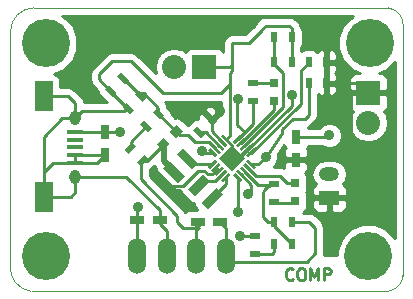
<source format=gbr>
G04 #@! TF.FileFunction,Copper,L1,Top,Signal*
%FSLAX46Y46*%
G04 Gerber Fmt 4.6, Leading zero omitted, Abs format (unit mm)*
G04 Created by KiCad (PCBNEW 4.0.1-stable) date 12/17/2015 10:37:29 AM*
%MOMM*%
G01*
G04 APERTURE LIST*
%ADD10C,0.100000*%
%ADD11C,0.250000*%
%ADD12O,1.506220X3.014980*%
%ADD13R,0.750000X1.200000*%
%ADD14R,0.750000X0.800000*%
%ADD15R,1.200000X0.750000*%
%ADD16R,1.350000X0.400000*%
%ADD17O,0.950000X1.250000*%
%ADD18R,1.550000X2.500000*%
%ADD19R,0.797560X0.797560*%
%ADD20R,1.700000X1.200000*%
%ADD21O,1.700000X1.200000*%
%ADD22R,0.500000X0.900000*%
%ADD23R,0.900000X0.500000*%
%ADD24C,4.064000*%
%ADD25R,2.032000X2.032000*%
%ADD26O,2.032000X2.032000*%
%ADD27C,0.889000*%
%ADD28C,0.254000*%
%ADD29C,0.508000*%
G04 APERTURE END LIST*
D10*
X152750000Y-119650000D02*
X152750000Y-120200000D01*
X152750000Y-98950000D02*
X152700000Y-98950000D01*
X152750000Y-119800000D02*
X152750000Y-98950000D01*
X121300000Y-121500000D02*
X151500000Y-121500000D01*
X119500000Y-119300000D02*
X119500000Y-99500000D01*
X121500000Y-97500000D02*
X151500000Y-97500000D01*
X152750000Y-99250000D02*
G75*
G03X151500000Y-97500000I-1500000J250000D01*
G01*
X151500000Y-121500000D02*
G75*
G03X152750000Y-119750000I-250000J1500000D01*
G01*
X119500000Y-119250000D02*
G75*
G03X121250000Y-121500000I2000000J-250000D01*
G01*
X121500000Y-97500000D02*
G75*
G03X119500000Y-99500000I0J-2000000D01*
G01*
D11*
X143414286Y-120457143D02*
X143366667Y-120504762D01*
X143223810Y-120552381D01*
X143128572Y-120552381D01*
X142985714Y-120504762D01*
X142890476Y-120409524D01*
X142842857Y-120314286D01*
X142795238Y-120123810D01*
X142795238Y-119980952D01*
X142842857Y-119790476D01*
X142890476Y-119695238D01*
X142985714Y-119600000D01*
X143128572Y-119552381D01*
X143223810Y-119552381D01*
X143366667Y-119600000D01*
X143414286Y-119647619D01*
X144033333Y-119552381D02*
X144223810Y-119552381D01*
X144319048Y-119600000D01*
X144414286Y-119695238D01*
X144461905Y-119885714D01*
X144461905Y-120219048D01*
X144414286Y-120409524D01*
X144319048Y-120504762D01*
X144223810Y-120552381D01*
X144033333Y-120552381D01*
X143938095Y-120504762D01*
X143842857Y-120409524D01*
X143795238Y-120219048D01*
X143795238Y-119885714D01*
X143842857Y-119695238D01*
X143938095Y-119600000D01*
X144033333Y-119552381D01*
X144890476Y-120552381D02*
X144890476Y-119552381D01*
X145223810Y-120266667D01*
X145557143Y-119552381D01*
X145557143Y-120552381D01*
X146033333Y-120552381D02*
X146033333Y-119552381D01*
X146414286Y-119552381D01*
X146509524Y-119600000D01*
X146557143Y-119647619D01*
X146604762Y-119742857D01*
X146604762Y-119885714D01*
X146557143Y-119980952D01*
X146509524Y-120028571D01*
X146414286Y-120076190D01*
X146033333Y-120076190D01*
D12*
X135230000Y-118500000D03*
X137770000Y-118500000D03*
X130230000Y-118500000D03*
X132770000Y-118500000D03*
D13*
X127500000Y-108050000D03*
X127500000Y-109950000D03*
X143700000Y-110350000D03*
X143700000Y-108450000D03*
D14*
X143600000Y-113850000D03*
X143600000Y-112350000D03*
D10*
G36*
X132451992Y-109578338D02*
X131921662Y-109048008D01*
X132487348Y-108482322D01*
X133017678Y-109012652D01*
X132451992Y-109578338D01*
X132451992Y-109578338D01*
G37*
G36*
X133512652Y-108517678D02*
X132982322Y-107987348D01*
X133548008Y-107421662D01*
X134078338Y-107951992D01*
X133512652Y-108517678D01*
X133512652Y-108517678D01*
G37*
D15*
X135350000Y-115600000D03*
X137250000Y-115600000D03*
X130250000Y-115500000D03*
X132150000Y-115500000D03*
D16*
X125000000Y-108000000D03*
X125000000Y-108650000D03*
X125000000Y-109300000D03*
X125000000Y-109950000D03*
X125000000Y-110600000D03*
D17*
X125000000Y-106800000D03*
X125000000Y-111800000D03*
D18*
X122300000Y-105000000D03*
X122300000Y-113500000D03*
D19*
X141800000Y-103850700D03*
X141800000Y-105349300D03*
D10*
G36*
X134851471Y-111168629D02*
X133578679Y-109895837D01*
X134144365Y-109330151D01*
X135417157Y-110602943D01*
X134851471Y-111168629D01*
X134851471Y-111168629D01*
G37*
G36*
X133720101Y-112300000D02*
X132447309Y-111027208D01*
X133012995Y-110461522D01*
X134285787Y-111734314D01*
X133720101Y-112300000D01*
X133720101Y-112300000D01*
G37*
G36*
X136368629Y-112148529D02*
X135095837Y-113421321D01*
X134530151Y-112855635D01*
X135802943Y-111582843D01*
X136368629Y-112148529D01*
X136368629Y-112148529D01*
G37*
G36*
X137500000Y-113279899D02*
X136227208Y-114552691D01*
X135661522Y-113987005D01*
X136934314Y-112714213D01*
X137500000Y-113279899D01*
X137500000Y-113279899D01*
G37*
D20*
X146500000Y-113600000D03*
D21*
X146500000Y-111600000D03*
D22*
X144750000Y-103900000D03*
X146250000Y-103900000D03*
D23*
X140000000Y-105350000D03*
X140000000Y-103850000D03*
D22*
X141850000Y-102100000D03*
X143350000Y-102100000D03*
X144750000Y-102100000D03*
X146250000Y-102100000D03*
D10*
G36*
X135611091Y-108525305D02*
X134974695Y-107888909D01*
X135328249Y-107535355D01*
X135964645Y-108171751D01*
X135611091Y-108525305D01*
X135611091Y-108525305D01*
G37*
G36*
X136671751Y-107464645D02*
X136035355Y-106828249D01*
X136388909Y-106474695D01*
X137025305Y-107111091D01*
X136671751Y-107464645D01*
X136671751Y-107464645D01*
G37*
G36*
X131111091Y-108025305D02*
X130474695Y-107388909D01*
X130828249Y-107035355D01*
X131464645Y-107671751D01*
X131111091Y-108025305D01*
X131111091Y-108025305D01*
G37*
G36*
X132171751Y-106964645D02*
X131535355Y-106328249D01*
X131888909Y-105974695D01*
X132525305Y-106611091D01*
X132171751Y-106964645D01*
X132171751Y-106964645D01*
G37*
G36*
X131225305Y-110288909D02*
X130588909Y-110925305D01*
X130235355Y-110571751D01*
X130871751Y-109935355D01*
X131225305Y-110288909D01*
X131225305Y-110288909D01*
G37*
G36*
X130164645Y-109228249D02*
X129528249Y-109864645D01*
X129174695Y-109511091D01*
X129811091Y-108874695D01*
X130164645Y-109228249D01*
X130164645Y-109228249D01*
G37*
D23*
X140200000Y-116850000D03*
X140200000Y-118350000D03*
D22*
X141850000Y-115600000D03*
X143350000Y-115600000D03*
D23*
X141800000Y-112450000D03*
X141800000Y-113950000D03*
D22*
X141850000Y-100000000D03*
X143350000Y-100000000D03*
X141850000Y-117500000D03*
X143350000Y-117500000D03*
D10*
G36*
X137984185Y-109032278D02*
X137348382Y-108396475D01*
X137524395Y-108220462D01*
X138160198Y-108856265D01*
X137984185Y-109032278D01*
X137984185Y-109032278D01*
G37*
G36*
X137702205Y-109314258D02*
X137066402Y-108678455D01*
X137242415Y-108502442D01*
X137878218Y-109138245D01*
X137702205Y-109314258D01*
X137702205Y-109314258D01*
G37*
G36*
X137420225Y-109596238D02*
X136784422Y-108960435D01*
X136960435Y-108784422D01*
X137596238Y-109420225D01*
X137420225Y-109596238D01*
X137420225Y-109596238D01*
G37*
G36*
X137138245Y-109878218D02*
X136502442Y-109242415D01*
X136678455Y-109066402D01*
X137314258Y-109702205D01*
X137138245Y-109878218D01*
X137138245Y-109878218D01*
G37*
G36*
X136856265Y-110160198D02*
X136220462Y-109524395D01*
X136396475Y-109348382D01*
X137032278Y-109984185D01*
X136856265Y-110160198D01*
X136856265Y-110160198D01*
G37*
G36*
X137032278Y-110515815D02*
X136396475Y-111151618D01*
X136220462Y-110975605D01*
X136856265Y-110339802D01*
X137032278Y-110515815D01*
X137032278Y-110515815D01*
G37*
G36*
X137314258Y-110797795D02*
X136678455Y-111433598D01*
X136502442Y-111257585D01*
X137138245Y-110621782D01*
X137314258Y-110797795D01*
X137314258Y-110797795D01*
G37*
G36*
X137596238Y-111079775D02*
X136960435Y-111715578D01*
X136784422Y-111539565D01*
X137420225Y-110903762D01*
X137596238Y-111079775D01*
X137596238Y-111079775D01*
G37*
G36*
X137878218Y-111361755D02*
X137242415Y-111997558D01*
X137066402Y-111821545D01*
X137702205Y-111185742D01*
X137878218Y-111361755D01*
X137878218Y-111361755D01*
G37*
G36*
X138160198Y-111643735D02*
X137524395Y-112279538D01*
X137348382Y-112103525D01*
X137984185Y-111467722D01*
X138160198Y-111643735D01*
X138160198Y-111643735D01*
G37*
G36*
X138515815Y-111467722D02*
X139151618Y-112103525D01*
X138975605Y-112279538D01*
X138339802Y-111643735D01*
X138515815Y-111467722D01*
X138515815Y-111467722D01*
G37*
G36*
X138797795Y-111185742D02*
X139433598Y-111821545D01*
X139257585Y-111997558D01*
X138621782Y-111361755D01*
X138797795Y-111185742D01*
X138797795Y-111185742D01*
G37*
G36*
X139079775Y-110903762D02*
X139715578Y-111539565D01*
X139539565Y-111715578D01*
X138903762Y-111079775D01*
X139079775Y-110903762D01*
X139079775Y-110903762D01*
G37*
G36*
X139361755Y-110621782D02*
X139997558Y-111257585D01*
X139821545Y-111433598D01*
X139185742Y-110797795D01*
X139361755Y-110621782D01*
X139361755Y-110621782D01*
G37*
G36*
X139643735Y-110339802D02*
X140279538Y-110975605D01*
X140103525Y-111151618D01*
X139467722Y-110515815D01*
X139643735Y-110339802D01*
X139643735Y-110339802D01*
G37*
G36*
X139467722Y-109984185D02*
X140103525Y-109348382D01*
X140279538Y-109524395D01*
X139643735Y-110160198D01*
X139467722Y-109984185D01*
X139467722Y-109984185D01*
G37*
G36*
X139185742Y-109702205D02*
X139821545Y-109066402D01*
X139997558Y-109242415D01*
X139361755Y-109878218D01*
X139185742Y-109702205D01*
X139185742Y-109702205D01*
G37*
G36*
X138903762Y-109420225D02*
X139539565Y-108784422D01*
X139715578Y-108960435D01*
X139079775Y-109596238D01*
X138903762Y-109420225D01*
X138903762Y-109420225D01*
G37*
G36*
X138621782Y-109138245D02*
X139257585Y-108502442D01*
X139433598Y-108678455D01*
X138797795Y-109314258D01*
X138621782Y-109138245D01*
X138621782Y-109138245D01*
G37*
G36*
X138339802Y-108856265D02*
X138975605Y-108220462D01*
X139151618Y-108396475D01*
X138515815Y-109032278D01*
X138339802Y-108856265D01*
X138339802Y-108856265D01*
G37*
G36*
X138250000Y-109172369D02*
X139327631Y-110250000D01*
X138250000Y-111327631D01*
X137172369Y-110250000D01*
X138250000Y-109172369D01*
X138250000Y-109172369D01*
G37*
D24*
X122500000Y-100500000D03*
X149900000Y-100500000D03*
X122500000Y-118500000D03*
X149800000Y-118500000D03*
D10*
G36*
X128888909Y-102974695D02*
X129525305Y-103611091D01*
X129171751Y-103964645D01*
X128535355Y-103328249D01*
X128888909Y-102974695D01*
X128888909Y-102974695D01*
G37*
G36*
X127828249Y-104035355D02*
X128464645Y-104671751D01*
X128111091Y-105025305D01*
X127474695Y-104388909D01*
X127828249Y-104035355D01*
X127828249Y-104035355D01*
G37*
G36*
X130388909Y-104474695D02*
X131025305Y-105111091D01*
X130671751Y-105464645D01*
X130035355Y-104828249D01*
X130388909Y-104474695D01*
X130388909Y-104474695D01*
G37*
G36*
X129328249Y-105535355D02*
X129964645Y-106171751D01*
X129611091Y-106525305D01*
X128974695Y-105888909D01*
X129328249Y-105535355D01*
X129328249Y-105535355D01*
G37*
D25*
X149800000Y-104700000D03*
D26*
X149800000Y-107240000D03*
D25*
X135900000Y-102550000D03*
D26*
X133360000Y-102550000D03*
D27*
X138800000Y-105200000D03*
X128800000Y-108000000D03*
X146500000Y-108300000D03*
X143300000Y-104900000D03*
X131800000Y-111800000D03*
X142500000Y-110400000D03*
X137200000Y-106200000D03*
X130300000Y-114400000D03*
X138900000Y-116800000D03*
X138800000Y-114800000D03*
X141100000Y-110100000D03*
X135700000Y-109600000D03*
X139600000Y-113300000D03*
D28*
X128850000Y-108050000D02*
X128800000Y-108000000D01*
X127500000Y-108050000D02*
X128850000Y-108050000D01*
X138700000Y-107400000D02*
X139336040Y-108036040D01*
X138700000Y-105300000D02*
X138700000Y-107400000D01*
X138800000Y-105200000D02*
X138700000Y-105300000D01*
X127450000Y-108000000D02*
X127500000Y-108050000D01*
X126300000Y-108000000D02*
X127450000Y-108000000D01*
X125000000Y-108000000D02*
X126300000Y-108000000D01*
X139336040Y-108036040D02*
X138745710Y-108626370D01*
X140000000Y-107372080D02*
X139336040Y-108036040D01*
X140000000Y-105350000D02*
X140000000Y-107372080D01*
X140000000Y-105350000D02*
X140000000Y-105500000D01*
X135900000Y-102550000D02*
X138050000Y-102550000D01*
X138050000Y-102550000D02*
X138270000Y-102330000D01*
X143700000Y-108450000D02*
X143700000Y-107900000D01*
X125000000Y-111800000D02*
X129300000Y-111800000D01*
X132150000Y-114650000D02*
X132150000Y-115500000D01*
X129300000Y-111800000D02*
X132150000Y-114650000D01*
X122300000Y-113500000D02*
X124600000Y-113500000D01*
X125000000Y-113100000D02*
X125000000Y-111800000D01*
X124600000Y-113500000D02*
X125000000Y-113100000D01*
X137770000Y-118500000D02*
X137770000Y-116120000D01*
X137770000Y-116120000D02*
X137250000Y-115600000D01*
X125000000Y-110600000D02*
X123100000Y-110600000D01*
X122300000Y-111400000D02*
X122300000Y-113500000D01*
X123100000Y-110600000D02*
X122300000Y-111400000D01*
X138250000Y-110850000D02*
X138250000Y-110250000D01*
X138250000Y-110850000D02*
X138250000Y-110250000D01*
X138250000Y-110850000D02*
X138250000Y-110250000D01*
X138250000Y-110850000D02*
X138250000Y-110250000D01*
X137754290Y-108626370D02*
X137754290Y-108654290D01*
X137754290Y-108654290D02*
X138250000Y-109150000D01*
X138250000Y-109150000D02*
X138250000Y-110250000D01*
X139591650Y-109472310D02*
X139527690Y-109472310D01*
X139527690Y-109472310D02*
X138750000Y-110250000D01*
X138750000Y-110250000D02*
X138250000Y-110250000D01*
X132770000Y-119000000D02*
X132770000Y-116420000D01*
X132770000Y-116420000D02*
X132150000Y-115800000D01*
X125000000Y-109950000D02*
X127500000Y-109950000D01*
X126850000Y-110600000D02*
X127500000Y-109950000D01*
X125000000Y-110600000D02*
X126850000Y-110600000D01*
X127550000Y-110000000D02*
X127500000Y-109950000D01*
X129222183Y-105782843D02*
X127969670Y-104530330D01*
X129222183Y-106277817D02*
X129222183Y-105782843D01*
X125522183Y-106277817D02*
X125000000Y-106800000D01*
X129222183Y-106277817D02*
X125522183Y-106277817D01*
X122300000Y-108400000D02*
X122300000Y-113500000D01*
X123900000Y-106800000D02*
X122300000Y-108400000D01*
X125000000Y-106800000D02*
X123900000Y-106800000D01*
X125000000Y-109950000D02*
X125000000Y-110600000D01*
X138050000Y-103050000D02*
X138270000Y-102830000D01*
X138270000Y-102830000D02*
X138270000Y-102330000D01*
X138270000Y-102330000D02*
X138270000Y-100500000D01*
X138050000Y-103700000D02*
X138050000Y-103050000D01*
X143350000Y-100000000D02*
X143350000Y-102100000D01*
X138050000Y-108330660D02*
X137754290Y-108626370D01*
X138050000Y-103700000D02*
X138050000Y-108330660D01*
X138250000Y-109150000D02*
X138250000Y-110250000D01*
X137754290Y-108654290D02*
X138250000Y-109150000D01*
X138250000Y-110850000D02*
X138250000Y-110250000D01*
X138850000Y-110250000D02*
X138250000Y-110250000D01*
X139591650Y-109508350D02*
X138850000Y-110250000D01*
X139591650Y-109472310D02*
X139591650Y-109508350D01*
X146350000Y-108450000D02*
X146500000Y-108300000D01*
X143700000Y-108450000D02*
X146350000Y-108450000D01*
X137300000Y-104700000D02*
X132400000Y-104700000D01*
X132400000Y-104700000D02*
X129700000Y-102000000D01*
X129700000Y-102000000D02*
X128100000Y-102000000D01*
X128100000Y-102000000D02*
X127000000Y-103100000D01*
X127000000Y-103100000D02*
X127000000Y-103560660D01*
X127000000Y-103560660D02*
X127969670Y-104530330D01*
X138050000Y-103950000D02*
X137300000Y-104700000D01*
X138050000Y-103700000D02*
X138050000Y-103950000D01*
X139700000Y-100500000D02*
X140800000Y-99400000D01*
X140800000Y-99400000D02*
X140800000Y-99300000D01*
X140800000Y-99300000D02*
X141100000Y-99000000D01*
X141100000Y-99000000D02*
X143100000Y-99000000D01*
X143100000Y-99000000D02*
X143350000Y-99250000D01*
X143350000Y-99250000D02*
X143350000Y-100000000D01*
X138270000Y-100500000D02*
X139700000Y-100500000D01*
X143300000Y-105800000D02*
X143300000Y-104900000D01*
X139627690Y-109472310D02*
X143300000Y-105800000D01*
X139591650Y-109472310D02*
X139627690Y-109472310D01*
X144600000Y-119000000D02*
X145300000Y-118300000D01*
X145300000Y-118300000D02*
X145300000Y-116100000D01*
X145300000Y-116100000D02*
X144800000Y-115600000D01*
X144800000Y-115600000D02*
X143350000Y-115600000D01*
X137770000Y-119000000D02*
X144600000Y-119000000D01*
X125000000Y-105600000D02*
X124400000Y-105000000D01*
X124400000Y-105000000D02*
X122300000Y-105000000D01*
X125000000Y-106800000D02*
X125000000Y-105600000D01*
X136908350Y-111291650D02*
X136600000Y-111600000D01*
X132600000Y-112600000D02*
X131800000Y-111800000D01*
X134100000Y-112600000D02*
X132600000Y-112600000D01*
X135400000Y-111300000D02*
X134100000Y-112600000D01*
X135900000Y-111300000D02*
X135400000Y-111300000D01*
X136200000Y-111600000D02*
X135900000Y-111300000D01*
X136600000Y-111600000D02*
X136200000Y-111600000D01*
X136908350Y-111027690D02*
X136908350Y-111291650D01*
X146250000Y-103900000D02*
X149200000Y-103900000D01*
X149200000Y-103900000D02*
X150000000Y-104700000D01*
X143700000Y-110350000D02*
X144350000Y-110350000D01*
X145400000Y-113600000D02*
X146500000Y-113600000D01*
X144900000Y-113100000D02*
X145400000Y-113600000D01*
X144900000Y-110900000D02*
X144900000Y-113100000D01*
X144350000Y-110350000D02*
X144900000Y-110900000D01*
X146450000Y-110350000D02*
X146500000Y-110300000D01*
X147700000Y-110300000D02*
X146500000Y-110300000D01*
X148300000Y-109700000D02*
X147700000Y-110300000D01*
X136530330Y-107966370D02*
X137472310Y-108908350D01*
X136530330Y-106969670D02*
X136530330Y-107966370D01*
X146250000Y-102100000D02*
X146250000Y-103900000D01*
X147600000Y-103900000D02*
X148300000Y-104600000D01*
X148300000Y-104600000D02*
X148300000Y-109700000D01*
X146250000Y-103900000D02*
X147600000Y-103900000D01*
X143750000Y-110300000D02*
X143700000Y-110350000D01*
X146500000Y-110300000D02*
X143750000Y-110300000D01*
X136530330Y-106869670D02*
X136530330Y-106969670D01*
X142550000Y-110350000D02*
X142500000Y-110400000D01*
X143700000Y-110350000D02*
X142550000Y-110350000D01*
X137200000Y-106200000D02*
X136530330Y-106869670D01*
X136908350Y-111027690D02*
X137190330Y-111309670D01*
X136469670Y-106969670D02*
X136530330Y-106969670D01*
X143400000Y-114050000D02*
X143600000Y-113850000D01*
X141500000Y-114050000D02*
X143400000Y-114050000D01*
X142950000Y-112350000D02*
X143600000Y-112350000D01*
X142300000Y-111700000D02*
X142950000Y-112350000D01*
X140300000Y-111700000D02*
X142300000Y-111700000D01*
X139627690Y-111027690D02*
X140300000Y-111700000D01*
X139591650Y-111027690D02*
X139627690Y-111027690D01*
X135230000Y-118500000D02*
X135230000Y-115720000D01*
X135230000Y-115720000D02*
X135350000Y-115600000D01*
D29*
X132469670Y-109030330D02*
X132469670Y-110483883D01*
X132469670Y-110483883D02*
X133366548Y-111380761D01*
D28*
X135450000Y-116100000D02*
X134100000Y-116100000D01*
X130519987Y-112019987D02*
X130519987Y-110680647D01*
X133600000Y-115100000D02*
X130519987Y-112019987D01*
X133600000Y-115600000D02*
X133600000Y-115100000D01*
X134100000Y-116100000D02*
X133600000Y-115600000D01*
X130519987Y-110680647D02*
X130730330Y-110430330D01*
X135230000Y-119000000D02*
X135230000Y-116320000D01*
X135230000Y-116320000D02*
X135450000Y-116100000D01*
X135230000Y-116220000D02*
X135450000Y-116000000D01*
X132469670Y-109169670D02*
X132469670Y-109030330D01*
X131069670Y-110430330D02*
X132469670Y-109030330D01*
X130730330Y-110430330D02*
X131069670Y-110430330D01*
X132469670Y-110569670D02*
X132469670Y-109030330D01*
X133280761Y-111380761D02*
X132469670Y-110569670D01*
X133366548Y-111380761D02*
X133280761Y-111380761D01*
X132030330Y-106469670D02*
X133530330Y-107969670D01*
X132030330Y-105974696D02*
X130777817Y-104722183D01*
X132030330Y-106469670D02*
X132030330Y-105974696D01*
X130282843Y-104722183D02*
X129030330Y-103469670D01*
X130777817Y-104722183D02*
X130282843Y-104722183D01*
X133860660Y-108300000D02*
X133530330Y-107969670D01*
X134500000Y-108300000D02*
X133860660Y-108300000D01*
X135100000Y-108900000D02*
X134500000Y-108300000D01*
X136300000Y-108900000D02*
X135100000Y-108900000D01*
X136872310Y-109472310D02*
X136300000Y-108900000D01*
X136908350Y-109472310D02*
X136872310Y-109472310D01*
X130230000Y-119000000D02*
X130230000Y-115820000D01*
X130230000Y-115820000D02*
X130250000Y-115800000D01*
X138726370Y-111873630D02*
X138900000Y-112047260D01*
X138745710Y-111873630D02*
X138726370Y-111873630D01*
X130300000Y-114400000D02*
X130230000Y-114470000D01*
X130230000Y-114470000D02*
X130230000Y-119000000D01*
X138950000Y-116850000D02*
X138900000Y-116800000D01*
X140200000Y-116850000D02*
X138950000Y-116850000D01*
X138745710Y-114745710D02*
X138800000Y-114800000D01*
X138745710Y-111873630D02*
X138745710Y-114745710D01*
X140000000Y-103850000D02*
X141799300Y-103850000D01*
X141799300Y-103850000D02*
X141800000Y-103850700D01*
X141800000Y-105349300D02*
X141800000Y-106136040D01*
X141800000Y-106136040D02*
X139027690Y-108908350D01*
X136500000Y-110700000D02*
X136626370Y-110745710D01*
X134994238Y-110745710D02*
X134497918Y-110249390D01*
X136626370Y-110745710D02*
X134994238Y-110745710D01*
X137472310Y-111591650D02*
X137408350Y-111591650D01*
X135951472Y-112200000D02*
X135449390Y-112702082D01*
X136800000Y-112200000D02*
X137408350Y-111591650D01*
X135951472Y-112200000D02*
X136800000Y-112200000D01*
X136580761Y-113833452D02*
X136666548Y-113833452D01*
X137754290Y-112445710D02*
X137754290Y-111873630D01*
X136580761Y-113619239D02*
X137754290Y-112445710D01*
X136580761Y-113833452D02*
X136580761Y-113619239D01*
X139873630Y-110745710D02*
X140454290Y-110745710D01*
X140454290Y-110745710D02*
X141100000Y-110100000D01*
X141100000Y-110100000D02*
X141100000Y-110100000D01*
X135854290Y-109754290D02*
X135700000Y-109600000D01*
X136626370Y-109754290D02*
X135854290Y-109754290D01*
X142500000Y-108100000D02*
X142500000Y-107800000D01*
X142500000Y-107800000D02*
X143400000Y-106900000D01*
X143400000Y-106900000D02*
X144400000Y-106900000D01*
X144400000Y-106900000D02*
X144750000Y-106550000D01*
X144750000Y-106550000D02*
X144750000Y-103900000D01*
X141100000Y-110100000D02*
X142500000Y-108100000D01*
X141850000Y-102100000D02*
X141850000Y-100000000D01*
X142600000Y-103000000D02*
X142600000Y-105900000D01*
X142600000Y-105900000D02*
X139309670Y-109190330D01*
X141850000Y-102250000D02*
X142600000Y-103000000D01*
X141850000Y-102100000D02*
X141850000Y-102250000D01*
X144750000Y-102100000D02*
X144750000Y-102150000D01*
X144087205Y-105629356D02*
X139873630Y-109754290D01*
X144137500Y-102762500D02*
X144087205Y-105629356D01*
X144750000Y-102150000D02*
X144137500Y-102762500D01*
X136030330Y-108030330D02*
X137190330Y-109190330D01*
X135469670Y-108030330D02*
X136030330Y-108030330D01*
X129669670Y-108830330D02*
X130969670Y-107530330D01*
X129669670Y-109369670D02*
X129669670Y-108830330D01*
X141650000Y-118350000D02*
X141850000Y-118150000D01*
X141850000Y-118150000D02*
X141850000Y-117500000D01*
X140200000Y-118350000D02*
X141650000Y-118350000D01*
X141450000Y-112500000D02*
X141500000Y-112550000D01*
X140500000Y-112500000D02*
X141450000Y-112500000D01*
X139309670Y-111309670D02*
X140500000Y-112500000D01*
X141850000Y-116000000D02*
X143350000Y-117500000D01*
X141850000Y-115600000D02*
X141850000Y-116000000D01*
X141300000Y-115600000D02*
X141850000Y-115600000D01*
X140900000Y-115200000D02*
X141300000Y-115600000D01*
X140900000Y-113100000D02*
X140900000Y-115200000D01*
X141000000Y-113000000D02*
X140900000Y-113100000D01*
X141000000Y-112900000D02*
X141000000Y-113000000D01*
X141450000Y-112450000D02*
X141000000Y-112900000D01*
X141800000Y-112450000D02*
X141450000Y-112450000D01*
X139900000Y-112463960D02*
X139027690Y-111591650D01*
X139900000Y-113000000D02*
X139900000Y-112463960D01*
X139600000Y-113300000D02*
X139900000Y-113000000D01*
G36*
X148391239Y-98237709D02*
X147640345Y-98987293D01*
X147233464Y-99967173D01*
X147232538Y-101028172D01*
X147637709Y-102008761D01*
X148387293Y-102759655D01*
X149084114Y-103049000D01*
X148657691Y-103049000D01*
X148424302Y-103145673D01*
X148245673Y-103324301D01*
X148149000Y-103557690D01*
X148149000Y-104414250D01*
X148307750Y-104573000D01*
X149673000Y-104573000D01*
X149673000Y-104553000D01*
X149927000Y-104553000D01*
X149927000Y-104573000D01*
X151292250Y-104573000D01*
X151451000Y-104414250D01*
X151451000Y-103557690D01*
X151354327Y-103324301D01*
X151175698Y-103145673D01*
X150942309Y-103049000D01*
X150714872Y-103049000D01*
X151408761Y-102762291D01*
X152065000Y-102107197D01*
X152065000Y-116997795D01*
X152062291Y-116991239D01*
X151312707Y-116240345D01*
X150332827Y-115833464D01*
X149271828Y-115832538D01*
X148291239Y-116237709D01*
X147540345Y-116987293D01*
X147133464Y-117967173D01*
X147133095Y-118390000D01*
X146044098Y-118390000D01*
X146062000Y-118300000D01*
X146062000Y-116100000D01*
X146003996Y-115808395D01*
X145890686Y-115638815D01*
X145838816Y-115561185D01*
X145338815Y-115061185D01*
X145270694Y-115015668D01*
X145091605Y-114896004D01*
X144800000Y-114838000D01*
X144233879Y-114838000D01*
X144426441Y-114714090D01*
X144571431Y-114501890D01*
X144622440Y-114250000D01*
X144622440Y-113885750D01*
X145015000Y-113885750D01*
X145015000Y-114326309D01*
X145111673Y-114559698D01*
X145290301Y-114738327D01*
X145523690Y-114835000D01*
X146214250Y-114835000D01*
X146373000Y-114676250D01*
X146373000Y-113727000D01*
X146627000Y-113727000D01*
X146627000Y-114676250D01*
X146785750Y-114835000D01*
X147476310Y-114835000D01*
X147709699Y-114738327D01*
X147888327Y-114559698D01*
X147985000Y-114326309D01*
X147985000Y-113885750D01*
X147826250Y-113727000D01*
X146627000Y-113727000D01*
X146373000Y-113727000D01*
X145173750Y-113727000D01*
X145015000Y-113885750D01*
X144622440Y-113885750D01*
X144622440Y-113450000D01*
X144578162Y-113214683D01*
X144504380Y-113100022D01*
X144571431Y-113001890D01*
X144622440Y-112750000D01*
X144622440Y-111950000D01*
X144578162Y-111714683D01*
X144504366Y-111600000D01*
X144985907Y-111600000D01*
X145079916Y-112072614D01*
X145329130Y-112445590D01*
X145290301Y-112461673D01*
X145111673Y-112640302D01*
X145015000Y-112873691D01*
X145015000Y-113314250D01*
X145173750Y-113473000D01*
X146373000Y-113473000D01*
X146373000Y-113453000D01*
X146627000Y-113453000D01*
X146627000Y-113473000D01*
X147826250Y-113473000D01*
X147985000Y-113314250D01*
X147985000Y-112873691D01*
X147888327Y-112640302D01*
X147709699Y-112461673D01*
X147670870Y-112445590D01*
X147920084Y-112072614D01*
X148014093Y-111600000D01*
X147920084Y-111127386D01*
X147652370Y-110726723D01*
X147251707Y-110459009D01*
X146779093Y-110365000D01*
X146220907Y-110365000D01*
X145748293Y-110459009D01*
X145347630Y-110726723D01*
X145079916Y-111127386D01*
X144985907Y-111600000D01*
X144504366Y-111600000D01*
X144439090Y-111498559D01*
X144428110Y-111491056D01*
X144434699Y-111488327D01*
X144613327Y-111309698D01*
X144710000Y-111076309D01*
X144710000Y-110635750D01*
X144551250Y-110477000D01*
X143827000Y-110477000D01*
X143827000Y-110497000D01*
X143573000Y-110497000D01*
X143573000Y-110477000D01*
X142848750Y-110477000D01*
X142690000Y-110635750D01*
X142690000Y-111061750D01*
X142591605Y-110996004D01*
X142300000Y-110938000D01*
X141788514Y-110938000D01*
X142014622Y-110712286D01*
X142179313Y-110315668D01*
X142179687Y-109886361D01*
X142696114Y-109148608D01*
X142721838Y-109285317D01*
X142788329Y-109388646D01*
X142786673Y-109390302D01*
X142690000Y-109623691D01*
X142690000Y-110064250D01*
X142848750Y-110223000D01*
X143573000Y-110223000D01*
X143573000Y-110203000D01*
X143827000Y-110203000D01*
X143827000Y-110223000D01*
X144551250Y-110223000D01*
X144710000Y-110064250D01*
X144710000Y-109623691D01*
X144613327Y-109390302D01*
X144611957Y-109388932D01*
X144671431Y-109301890D01*
X144689634Y-109212000D01*
X145885097Y-109212000D01*
X145887714Y-109214622D01*
X146284332Y-109379313D01*
X146713784Y-109379687D01*
X147110689Y-109215689D01*
X147414622Y-108912286D01*
X147579313Y-108515668D01*
X147579687Y-108086216D01*
X147415689Y-107689311D01*
X147112286Y-107385378D01*
X146762179Y-107240000D01*
X148116655Y-107240000D01*
X148242330Y-107871810D01*
X148600222Y-108407433D01*
X149135845Y-108765325D01*
X149767655Y-108891000D01*
X149832345Y-108891000D01*
X150464155Y-108765325D01*
X150999778Y-108407433D01*
X151357670Y-107871810D01*
X151483345Y-107240000D01*
X151357670Y-106608190D01*
X151133034Y-106271999D01*
X151175698Y-106254327D01*
X151354327Y-106075699D01*
X151451000Y-105842310D01*
X151451000Y-104985750D01*
X151292250Y-104827000D01*
X149927000Y-104827000D01*
X149927000Y-104847000D01*
X149673000Y-104847000D01*
X149673000Y-104827000D01*
X148307750Y-104827000D01*
X148149000Y-104985750D01*
X148149000Y-105842310D01*
X148245673Y-106075699D01*
X148424302Y-106254327D01*
X148466966Y-106271999D01*
X148242330Y-106608190D01*
X148116655Y-107240000D01*
X146762179Y-107240000D01*
X146715668Y-107220687D01*
X146286216Y-107220313D01*
X145889311Y-107384311D01*
X145585378Y-107687714D01*
X145585259Y-107688000D01*
X144691958Y-107688000D01*
X144678162Y-107614683D01*
X144673591Y-107607579D01*
X144691605Y-107603996D01*
X144938815Y-107438815D01*
X145288816Y-107088815D01*
X145401405Y-106920313D01*
X145453996Y-106841605D01*
X145512000Y-106550000D01*
X145512000Y-104760026D01*
X145640302Y-104888327D01*
X145873691Y-104985000D01*
X145966250Y-104985000D01*
X146125000Y-104826250D01*
X146125000Y-104027000D01*
X146375000Y-104027000D01*
X146375000Y-104826250D01*
X146533750Y-104985000D01*
X146626309Y-104985000D01*
X146859698Y-104888327D01*
X147038327Y-104709699D01*
X147135000Y-104476310D01*
X147135000Y-104185750D01*
X146976250Y-104027000D01*
X146375000Y-104027000D01*
X146125000Y-104027000D01*
X146103000Y-104027000D01*
X146103000Y-103773000D01*
X146125000Y-103773000D01*
X146125000Y-102227000D01*
X146375000Y-102227000D01*
X146375000Y-103773000D01*
X146976250Y-103773000D01*
X147135000Y-103614250D01*
X147135000Y-103323690D01*
X147038327Y-103090301D01*
X146948025Y-103000000D01*
X147038327Y-102909699D01*
X147135000Y-102676310D01*
X147135000Y-102385750D01*
X146976250Y-102227000D01*
X146375000Y-102227000D01*
X146125000Y-102227000D01*
X146103000Y-102227000D01*
X146103000Y-101973000D01*
X146125000Y-101973000D01*
X146125000Y-101173750D01*
X146375000Y-101173750D01*
X146375000Y-101973000D01*
X146976250Y-101973000D01*
X147135000Y-101814250D01*
X147135000Y-101523690D01*
X147038327Y-101290301D01*
X146859698Y-101111673D01*
X146626309Y-101015000D01*
X146533750Y-101015000D01*
X146375000Y-101173750D01*
X146125000Y-101173750D01*
X145966250Y-101015000D01*
X145873691Y-101015000D01*
X145640302Y-101111673D01*
X145499064Y-101252910D01*
X145464090Y-101198559D01*
X145251890Y-101053569D01*
X145000000Y-101002560D01*
X144500000Y-101002560D01*
X144264683Y-101046838D01*
X144112000Y-101145087D01*
X144112000Y-100825459D01*
X144196431Y-100701890D01*
X144247440Y-100450000D01*
X144247440Y-99550000D01*
X144203162Y-99314683D01*
X144089835Y-99138567D01*
X144053996Y-98958395D01*
X143989042Y-98861185D01*
X143888815Y-98711184D01*
X143638815Y-98461185D01*
X143569211Y-98414677D01*
X143391605Y-98296004D01*
X143100000Y-98238000D01*
X141100000Y-98238000D01*
X140808395Y-98296004D01*
X140561185Y-98461185D01*
X140261185Y-98761185D01*
X140096004Y-99008395D01*
X140091542Y-99030828D01*
X139384370Y-99738000D01*
X138270000Y-99738000D01*
X137978395Y-99796004D01*
X137731185Y-99961185D01*
X137566004Y-100208395D01*
X137508000Y-100500000D01*
X137508000Y-101281337D01*
X137380090Y-101082559D01*
X137167890Y-100937569D01*
X136916000Y-100886560D01*
X134884000Y-100886560D01*
X134648683Y-100930838D01*
X134432559Y-101069910D01*
X134330802Y-101218837D01*
X133991810Y-100992330D01*
X133360000Y-100866655D01*
X132728190Y-100992330D01*
X132192567Y-101350222D01*
X131834675Y-101885845D01*
X131709000Y-102517655D01*
X131709000Y-102582345D01*
X131795664Y-103018033D01*
X130238815Y-101461185D01*
X130129286Y-101388000D01*
X129991605Y-101296004D01*
X129700000Y-101238000D01*
X128100000Y-101238000D01*
X127808395Y-101296004D01*
X127670714Y-101388000D01*
X127561185Y-101461185D01*
X126461185Y-102561185D01*
X126296004Y-102808395D01*
X126238000Y-103100000D01*
X126238000Y-103560660D01*
X126296004Y-103852265D01*
X126406870Y-104018187D01*
X126461185Y-104099475D01*
X126847166Y-104485457D01*
X126874841Y-104632536D01*
X127016886Y-104846718D01*
X127653282Y-105483114D01*
X127701144Y-105515817D01*
X125745255Y-105515817D01*
X125703996Y-105308395D01*
X125538815Y-105061185D01*
X124938815Y-104461185D01*
X124893010Y-104430579D01*
X124691605Y-104296004D01*
X124400000Y-104238000D01*
X123722440Y-104238000D01*
X123722440Y-103750000D01*
X123678162Y-103514683D01*
X123539090Y-103298559D01*
X123326890Y-103153569D01*
X123148986Y-103117543D01*
X124008761Y-102762291D01*
X124759655Y-102012707D01*
X125166536Y-101032827D01*
X125167462Y-99971828D01*
X124762291Y-98991239D01*
X124012707Y-98240345D01*
X123879421Y-98185000D01*
X148518805Y-98185000D01*
X148391239Y-98237709D01*
X148391239Y-98237709D01*
G37*
X148391239Y-98237709D02*
X147640345Y-98987293D01*
X147233464Y-99967173D01*
X147232538Y-101028172D01*
X147637709Y-102008761D01*
X148387293Y-102759655D01*
X149084114Y-103049000D01*
X148657691Y-103049000D01*
X148424302Y-103145673D01*
X148245673Y-103324301D01*
X148149000Y-103557690D01*
X148149000Y-104414250D01*
X148307750Y-104573000D01*
X149673000Y-104573000D01*
X149673000Y-104553000D01*
X149927000Y-104553000D01*
X149927000Y-104573000D01*
X151292250Y-104573000D01*
X151451000Y-104414250D01*
X151451000Y-103557690D01*
X151354327Y-103324301D01*
X151175698Y-103145673D01*
X150942309Y-103049000D01*
X150714872Y-103049000D01*
X151408761Y-102762291D01*
X152065000Y-102107197D01*
X152065000Y-116997795D01*
X152062291Y-116991239D01*
X151312707Y-116240345D01*
X150332827Y-115833464D01*
X149271828Y-115832538D01*
X148291239Y-116237709D01*
X147540345Y-116987293D01*
X147133464Y-117967173D01*
X147133095Y-118390000D01*
X146044098Y-118390000D01*
X146062000Y-118300000D01*
X146062000Y-116100000D01*
X146003996Y-115808395D01*
X145890686Y-115638815D01*
X145838816Y-115561185D01*
X145338815Y-115061185D01*
X145270694Y-115015668D01*
X145091605Y-114896004D01*
X144800000Y-114838000D01*
X144233879Y-114838000D01*
X144426441Y-114714090D01*
X144571431Y-114501890D01*
X144622440Y-114250000D01*
X144622440Y-113885750D01*
X145015000Y-113885750D01*
X145015000Y-114326309D01*
X145111673Y-114559698D01*
X145290301Y-114738327D01*
X145523690Y-114835000D01*
X146214250Y-114835000D01*
X146373000Y-114676250D01*
X146373000Y-113727000D01*
X146627000Y-113727000D01*
X146627000Y-114676250D01*
X146785750Y-114835000D01*
X147476310Y-114835000D01*
X147709699Y-114738327D01*
X147888327Y-114559698D01*
X147985000Y-114326309D01*
X147985000Y-113885750D01*
X147826250Y-113727000D01*
X146627000Y-113727000D01*
X146373000Y-113727000D01*
X145173750Y-113727000D01*
X145015000Y-113885750D01*
X144622440Y-113885750D01*
X144622440Y-113450000D01*
X144578162Y-113214683D01*
X144504380Y-113100022D01*
X144571431Y-113001890D01*
X144622440Y-112750000D01*
X144622440Y-111950000D01*
X144578162Y-111714683D01*
X144504366Y-111600000D01*
X144985907Y-111600000D01*
X145079916Y-112072614D01*
X145329130Y-112445590D01*
X145290301Y-112461673D01*
X145111673Y-112640302D01*
X145015000Y-112873691D01*
X145015000Y-113314250D01*
X145173750Y-113473000D01*
X146373000Y-113473000D01*
X146373000Y-113453000D01*
X146627000Y-113453000D01*
X146627000Y-113473000D01*
X147826250Y-113473000D01*
X147985000Y-113314250D01*
X147985000Y-112873691D01*
X147888327Y-112640302D01*
X147709699Y-112461673D01*
X147670870Y-112445590D01*
X147920084Y-112072614D01*
X148014093Y-111600000D01*
X147920084Y-111127386D01*
X147652370Y-110726723D01*
X147251707Y-110459009D01*
X146779093Y-110365000D01*
X146220907Y-110365000D01*
X145748293Y-110459009D01*
X145347630Y-110726723D01*
X145079916Y-111127386D01*
X144985907Y-111600000D01*
X144504366Y-111600000D01*
X144439090Y-111498559D01*
X144428110Y-111491056D01*
X144434699Y-111488327D01*
X144613327Y-111309698D01*
X144710000Y-111076309D01*
X144710000Y-110635750D01*
X144551250Y-110477000D01*
X143827000Y-110477000D01*
X143827000Y-110497000D01*
X143573000Y-110497000D01*
X143573000Y-110477000D01*
X142848750Y-110477000D01*
X142690000Y-110635750D01*
X142690000Y-111061750D01*
X142591605Y-110996004D01*
X142300000Y-110938000D01*
X141788514Y-110938000D01*
X142014622Y-110712286D01*
X142179313Y-110315668D01*
X142179687Y-109886361D01*
X142696114Y-109148608D01*
X142721838Y-109285317D01*
X142788329Y-109388646D01*
X142786673Y-109390302D01*
X142690000Y-109623691D01*
X142690000Y-110064250D01*
X142848750Y-110223000D01*
X143573000Y-110223000D01*
X143573000Y-110203000D01*
X143827000Y-110203000D01*
X143827000Y-110223000D01*
X144551250Y-110223000D01*
X144710000Y-110064250D01*
X144710000Y-109623691D01*
X144613327Y-109390302D01*
X144611957Y-109388932D01*
X144671431Y-109301890D01*
X144689634Y-109212000D01*
X145885097Y-109212000D01*
X145887714Y-109214622D01*
X146284332Y-109379313D01*
X146713784Y-109379687D01*
X147110689Y-109215689D01*
X147414622Y-108912286D01*
X147579313Y-108515668D01*
X147579687Y-108086216D01*
X147415689Y-107689311D01*
X147112286Y-107385378D01*
X146762179Y-107240000D01*
X148116655Y-107240000D01*
X148242330Y-107871810D01*
X148600222Y-108407433D01*
X149135845Y-108765325D01*
X149767655Y-108891000D01*
X149832345Y-108891000D01*
X150464155Y-108765325D01*
X150999778Y-108407433D01*
X151357670Y-107871810D01*
X151483345Y-107240000D01*
X151357670Y-106608190D01*
X151133034Y-106271999D01*
X151175698Y-106254327D01*
X151354327Y-106075699D01*
X151451000Y-105842310D01*
X151451000Y-104985750D01*
X151292250Y-104827000D01*
X149927000Y-104827000D01*
X149927000Y-104847000D01*
X149673000Y-104847000D01*
X149673000Y-104827000D01*
X148307750Y-104827000D01*
X148149000Y-104985750D01*
X148149000Y-105842310D01*
X148245673Y-106075699D01*
X148424302Y-106254327D01*
X148466966Y-106271999D01*
X148242330Y-106608190D01*
X148116655Y-107240000D01*
X146762179Y-107240000D01*
X146715668Y-107220687D01*
X146286216Y-107220313D01*
X145889311Y-107384311D01*
X145585378Y-107687714D01*
X145585259Y-107688000D01*
X144691958Y-107688000D01*
X144678162Y-107614683D01*
X144673591Y-107607579D01*
X144691605Y-107603996D01*
X144938815Y-107438815D01*
X145288816Y-107088815D01*
X145401405Y-106920313D01*
X145453996Y-106841605D01*
X145512000Y-106550000D01*
X145512000Y-104760026D01*
X145640302Y-104888327D01*
X145873691Y-104985000D01*
X145966250Y-104985000D01*
X146125000Y-104826250D01*
X146125000Y-104027000D01*
X146375000Y-104027000D01*
X146375000Y-104826250D01*
X146533750Y-104985000D01*
X146626309Y-104985000D01*
X146859698Y-104888327D01*
X147038327Y-104709699D01*
X147135000Y-104476310D01*
X147135000Y-104185750D01*
X146976250Y-104027000D01*
X146375000Y-104027000D01*
X146125000Y-104027000D01*
X146103000Y-104027000D01*
X146103000Y-103773000D01*
X146125000Y-103773000D01*
X146125000Y-102227000D01*
X146375000Y-102227000D01*
X146375000Y-103773000D01*
X146976250Y-103773000D01*
X147135000Y-103614250D01*
X147135000Y-103323690D01*
X147038327Y-103090301D01*
X146948025Y-103000000D01*
X147038327Y-102909699D01*
X147135000Y-102676310D01*
X147135000Y-102385750D01*
X146976250Y-102227000D01*
X146375000Y-102227000D01*
X146125000Y-102227000D01*
X146103000Y-102227000D01*
X146103000Y-101973000D01*
X146125000Y-101973000D01*
X146125000Y-101173750D01*
X146375000Y-101173750D01*
X146375000Y-101973000D01*
X146976250Y-101973000D01*
X147135000Y-101814250D01*
X147135000Y-101523690D01*
X147038327Y-101290301D01*
X146859698Y-101111673D01*
X146626309Y-101015000D01*
X146533750Y-101015000D01*
X146375000Y-101173750D01*
X146125000Y-101173750D01*
X145966250Y-101015000D01*
X145873691Y-101015000D01*
X145640302Y-101111673D01*
X145499064Y-101252910D01*
X145464090Y-101198559D01*
X145251890Y-101053569D01*
X145000000Y-101002560D01*
X144500000Y-101002560D01*
X144264683Y-101046838D01*
X144112000Y-101145087D01*
X144112000Y-100825459D01*
X144196431Y-100701890D01*
X144247440Y-100450000D01*
X144247440Y-99550000D01*
X144203162Y-99314683D01*
X144089835Y-99138567D01*
X144053996Y-98958395D01*
X143989042Y-98861185D01*
X143888815Y-98711184D01*
X143638815Y-98461185D01*
X143569211Y-98414677D01*
X143391605Y-98296004D01*
X143100000Y-98238000D01*
X141100000Y-98238000D01*
X140808395Y-98296004D01*
X140561185Y-98461185D01*
X140261185Y-98761185D01*
X140096004Y-99008395D01*
X140091542Y-99030828D01*
X139384370Y-99738000D01*
X138270000Y-99738000D01*
X137978395Y-99796004D01*
X137731185Y-99961185D01*
X137566004Y-100208395D01*
X137508000Y-100500000D01*
X137508000Y-101281337D01*
X137380090Y-101082559D01*
X137167890Y-100937569D01*
X136916000Y-100886560D01*
X134884000Y-100886560D01*
X134648683Y-100930838D01*
X134432559Y-101069910D01*
X134330802Y-101218837D01*
X133991810Y-100992330D01*
X133360000Y-100866655D01*
X132728190Y-100992330D01*
X132192567Y-101350222D01*
X131834675Y-101885845D01*
X131709000Y-102517655D01*
X131709000Y-102582345D01*
X131795664Y-103018033D01*
X130238815Y-101461185D01*
X130129286Y-101388000D01*
X129991605Y-101296004D01*
X129700000Y-101238000D01*
X128100000Y-101238000D01*
X127808395Y-101296004D01*
X127670714Y-101388000D01*
X127561185Y-101461185D01*
X126461185Y-102561185D01*
X126296004Y-102808395D01*
X126238000Y-103100000D01*
X126238000Y-103560660D01*
X126296004Y-103852265D01*
X126406870Y-104018187D01*
X126461185Y-104099475D01*
X126847166Y-104485457D01*
X126874841Y-104632536D01*
X127016886Y-104846718D01*
X127653282Y-105483114D01*
X127701144Y-105515817D01*
X125745255Y-105515817D01*
X125703996Y-105308395D01*
X125538815Y-105061185D01*
X124938815Y-104461185D01*
X124893010Y-104430579D01*
X124691605Y-104296004D01*
X124400000Y-104238000D01*
X123722440Y-104238000D01*
X123722440Y-103750000D01*
X123678162Y-103514683D01*
X123539090Y-103298559D01*
X123326890Y-103153569D01*
X123148986Y-103117543D01*
X124008761Y-102762291D01*
X124759655Y-102012707D01*
X125166536Y-101032827D01*
X125167462Y-99971828D01*
X124762291Y-98991239D01*
X124012707Y-98240345D01*
X123879421Y-98185000D01*
X148518805Y-98185000D01*
X148391239Y-98237709D01*
G36*
X131806474Y-111060752D02*
X131808494Y-111063775D01*
X131847455Y-111270835D01*
X131989500Y-111485017D01*
X133262292Y-112757809D01*
X133459995Y-112892894D01*
X133711157Y-112947378D01*
X133895202Y-112912748D01*
X133930297Y-113099262D01*
X134072342Y-113313444D01*
X134638028Y-113879130D01*
X134835731Y-114014215D01*
X135028828Y-114056103D01*
X135061668Y-114230632D01*
X135203713Y-114444814D01*
X135336459Y-114577560D01*
X134750000Y-114577560D01*
X134514683Y-114621838D01*
X134298559Y-114760910D01*
X134285266Y-114780364D01*
X134138815Y-114561185D01*
X131281987Y-111704357D01*
X131281987Y-111150097D01*
X131361275Y-111134326D01*
X131608485Y-110969145D01*
X131690478Y-110887152D01*
X131806474Y-111060752D01*
X131806474Y-111060752D01*
G37*
X131806474Y-111060752D02*
X131808494Y-111063775D01*
X131847455Y-111270835D01*
X131989500Y-111485017D01*
X133262292Y-112757809D01*
X133459995Y-112892894D01*
X133711157Y-112947378D01*
X133895202Y-112912748D01*
X133930297Y-113099262D01*
X134072342Y-113313444D01*
X134638028Y-113879130D01*
X134835731Y-114014215D01*
X135028828Y-114056103D01*
X135061668Y-114230632D01*
X135203713Y-114444814D01*
X135336459Y-114577560D01*
X134750000Y-114577560D01*
X134514683Y-114621838D01*
X134298559Y-114760910D01*
X134285266Y-114780364D01*
X134138815Y-114561185D01*
X131281987Y-111704357D01*
X131281987Y-111150097D01*
X131361275Y-111134326D01*
X131608485Y-110969145D01*
X131690478Y-110887152D01*
X131806474Y-111060752D01*
G36*
X137288000Y-106545936D02*
X137133669Y-106545936D01*
X136708521Y-106971084D01*
X136722664Y-106985227D01*
X136545887Y-107162004D01*
X136531744Y-107147861D01*
X136516188Y-107163418D01*
X136336583Y-106983813D01*
X136352139Y-106968256D01*
X135786984Y-106403101D01*
X135562478Y-106403101D01*
X135497028Y-106468550D01*
X135400356Y-106701939D01*
X135400355Y-106901679D01*
X135337193Y-106887977D01*
X135084622Y-106935501D01*
X134870440Y-107077546D01*
X134516886Y-107431100D01*
X134499098Y-107457134D01*
X134005817Y-106963853D01*
X133808114Y-106828768D01*
X133556952Y-106774284D01*
X133435439Y-106797148D01*
X133152834Y-106514543D01*
X133125159Y-106367464D01*
X132983114Y-106153282D01*
X132831650Y-106001818D01*
X135963761Y-106001818D01*
X135963761Y-106226324D01*
X136528916Y-106791479D01*
X136954064Y-106366331D01*
X136954064Y-106141825D01*
X136748607Y-105936368D01*
X136515218Y-105839695D01*
X136262599Y-105839696D01*
X136029210Y-105936368D01*
X135963761Y-106001818D01*
X132831650Y-106001818D01*
X132789301Y-105959469D01*
X132734326Y-105683091D01*
X132586597Y-105462000D01*
X137288000Y-105462000D01*
X137288000Y-106545936D01*
X137288000Y-106545936D01*
G37*
X137288000Y-106545936D02*
X137133669Y-106545936D01*
X136708521Y-106971084D01*
X136722664Y-106985227D01*
X136545887Y-107162004D01*
X136531744Y-107147861D01*
X136516188Y-107163418D01*
X136336583Y-106983813D01*
X136352139Y-106968256D01*
X135786984Y-106403101D01*
X135562478Y-106403101D01*
X135497028Y-106468550D01*
X135400356Y-106701939D01*
X135400355Y-106901679D01*
X135337193Y-106887977D01*
X135084622Y-106935501D01*
X134870440Y-107077546D01*
X134516886Y-107431100D01*
X134499098Y-107457134D01*
X134005817Y-106963853D01*
X133808114Y-106828768D01*
X133556952Y-106774284D01*
X133435439Y-106797148D01*
X133152834Y-106514543D01*
X133125159Y-106367464D01*
X132983114Y-106153282D01*
X132831650Y-106001818D01*
X135963761Y-106001818D01*
X135963761Y-106226324D01*
X136528916Y-106791479D01*
X136954064Y-106366331D01*
X136954064Y-106141825D01*
X136748607Y-105936368D01*
X136515218Y-105839695D01*
X136262599Y-105839696D01*
X136029210Y-105936368D01*
X135963761Y-106001818D01*
X132831650Y-106001818D01*
X132789301Y-105959469D01*
X132734326Y-105683091D01*
X132586597Y-105462000D01*
X137288000Y-105462000D01*
X137288000Y-106545936D01*
M02*

</source>
